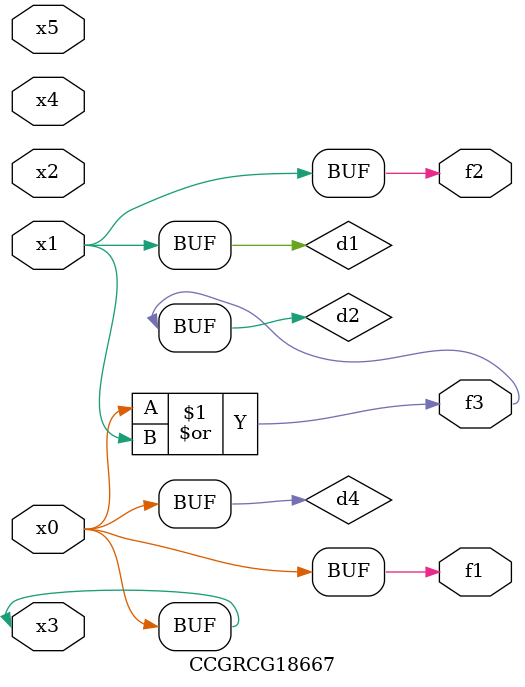
<source format=v>
module CCGRCG18667(
	input x0, x1, x2, x3, x4, x5,
	output f1, f2, f3
);

	wire d1, d2, d3, d4;

	and (d1, x1);
	or (d2, x0, x1);
	nand (d3, x0, x5);
	buf (d4, x0, x3);
	assign f1 = d4;
	assign f2 = d1;
	assign f3 = d2;
endmodule

</source>
